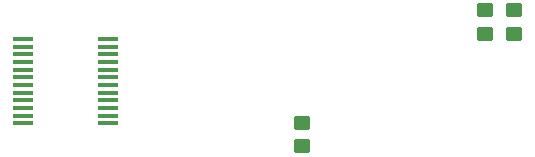
<source format=gbr>
%TF.GenerationSoftware,KiCad,Pcbnew,(6.0.1)*%
%TF.CreationDate,2023-01-23T14:34:39-05:00*%
%TF.ProjectId,blu_model_m,626c755f-6d6f-4646-956c-5f6d2e6b6963,rev?*%
%TF.SameCoordinates,PX2719c40PY3fe56c0*%
%TF.FileFunction,Paste,Top*%
%TF.FilePolarity,Positive*%
%FSLAX46Y46*%
G04 Gerber Fmt 4.6, Leading zero omitted, Abs format (unit mm)*
G04 Created by KiCad (PCBNEW (6.0.1)) date 2023-01-23 14:34:39*
%MOMM*%
%LPD*%
G01*
G04 APERTURE LIST*
G04 Aperture macros list*
%AMRoundRect*
0 Rectangle with rounded corners*
0 $1 Rounding radius*
0 $2 $3 $4 $5 $6 $7 $8 $9 X,Y pos of 4 corners*
0 Add a 4 corners polygon primitive as box body*
4,1,4,$2,$3,$4,$5,$6,$7,$8,$9,$2,$3,0*
0 Add four circle primitives for the rounded corners*
1,1,$1+$1,$2,$3*
1,1,$1+$1,$4,$5*
1,1,$1+$1,$6,$7*
1,1,$1+$1,$8,$9*
0 Add four rect primitives between the rounded corners*
20,1,$1+$1,$2,$3,$4,$5,0*
20,1,$1+$1,$4,$5,$6,$7,0*
20,1,$1+$1,$6,$7,$8,$9,0*
20,1,$1+$1,$8,$9,$2,$3,0*%
G04 Aperture macros list end*
%ADD10RoundRect,0.250000X-0.450000X0.350000X-0.450000X-0.350000X0.450000X-0.350000X0.450000X0.350000X0*%
%ADD11RoundRect,0.250000X0.450000X-0.350000X0.450000X0.350000X-0.450000X0.350000X-0.450000X-0.350000X0*%
%ADD12R,1.750000X0.450000*%
G04 APERTURE END LIST*
D10*
%TO.C,R3*%
X29000000Y-29000000D03*
X29000000Y-31000000D03*
%TD*%
%TO.C,R2*%
X47000000Y-21500000D03*
X47000000Y-19500000D03*
%TD*%
D11*
%TO.C,R1*%
X44500000Y-19500000D03*
X44500000Y-21500000D03*
%TD*%
D12*
%TO.C,U1*%
X12600000Y-29075000D03*
X12600000Y-28425000D03*
X12600000Y-27775000D03*
X12600000Y-27125000D03*
X12600000Y-26475000D03*
X12600000Y-25825000D03*
X12600000Y-25175000D03*
X12600000Y-24525000D03*
X12600000Y-23875000D03*
X12600000Y-23225000D03*
X12600000Y-22575000D03*
X12600000Y-21925000D03*
X5400000Y-21925000D03*
X5400000Y-22575000D03*
X5400000Y-23225000D03*
X5400000Y-23875000D03*
X5400000Y-24525000D03*
X5400000Y-25175000D03*
X5400000Y-25825000D03*
X5400000Y-26475000D03*
X5400000Y-27125000D03*
X5400000Y-27775000D03*
X5400000Y-28425000D03*
X5400000Y-29075000D03*
%TD*%
M02*

</source>
